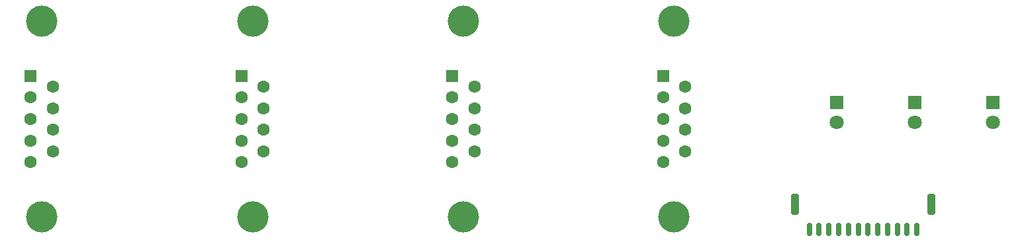
<source format=gbr>
%TF.GenerationSoftware,KiCad,Pcbnew,7.0.10*%
%TF.CreationDate,2024-07-06T13:48:58+02:00*%
%TF.ProjectId,OverlordInterface,4f766572-6c6f-4726-9449-6e7465726661,rev?*%
%TF.SameCoordinates,Original*%
%TF.FileFunction,Soldermask,Bot*%
%TF.FilePolarity,Negative*%
%FSLAX46Y46*%
G04 Gerber Fmt 4.6, Leading zero omitted, Abs format (unit mm)*
G04 Created by KiCad (PCBNEW 7.0.10) date 2024-07-06 13:48:58*
%MOMM*%
%LPD*%
G01*
G04 APERTURE LIST*
G04 Aperture macros list*
%AMRoundRect*
0 Rectangle with rounded corners*
0 $1 Rounding radius*
0 $2 $3 $4 $5 $6 $7 $8 $9 X,Y pos of 4 corners*
0 Add a 4 corners polygon primitive as box body*
4,1,4,$2,$3,$4,$5,$6,$7,$8,$9,$2,$3,0*
0 Add four circle primitives for the rounded corners*
1,1,$1+$1,$2,$3*
1,1,$1+$1,$4,$5*
1,1,$1+$1,$6,$7*
1,1,$1+$1,$8,$9*
0 Add four rect primitives between the rounded corners*
20,1,$1+$1,$2,$3,$4,$5,0*
20,1,$1+$1,$4,$5,$6,$7,0*
20,1,$1+$1,$6,$7,$8,$9,0*
20,1,$1+$1,$8,$9,$2,$3,0*%
G04 Aperture macros list end*
%ADD10R,1.800000X1.800000*%
%ADD11C,1.800000*%
%ADD12C,4.000000*%
%ADD13R,1.600000X1.600000*%
%ADD14C,1.600000*%
%ADD15RoundRect,0.150000X-0.150000X-0.700000X0.150000X-0.700000X0.150000X0.700000X-0.150000X0.700000X0*%
%ADD16RoundRect,0.250000X-0.250000X-1.100000X0.250000X-1.100000X0.250000X1.100000X-0.250000X1.100000X0*%
G04 APERTURE END LIST*
D10*
%TO.C,D2*%
X211830000Y-91055000D03*
D11*
X211830000Y-93595000D03*
%TD*%
D10*
%TO.C,D1*%
X221830000Y-91055000D03*
D11*
X221830000Y-93595000D03*
%TD*%
D12*
%TO.C,J5*%
X100190000Y-105695000D03*
X100190000Y-80695000D03*
D13*
X98770000Y-87655000D03*
D14*
X98770000Y-90425000D03*
X98770000Y-93195000D03*
X98770000Y-95965000D03*
X98770000Y-98735000D03*
X101610000Y-89040000D03*
X101610000Y-91810000D03*
X101610000Y-94580000D03*
X101610000Y-97350000D03*
%TD*%
D12*
%TO.C,J2*%
X181080000Y-105695000D03*
X181080000Y-80695000D03*
D13*
X179660000Y-87655000D03*
D14*
X179660000Y-90425000D03*
X179660000Y-93195000D03*
X179660000Y-95965000D03*
X179660000Y-98735000D03*
X182500000Y-89040000D03*
X182500000Y-91810000D03*
X182500000Y-94580000D03*
X182500000Y-97350000D03*
%TD*%
D12*
%TO.C,J4*%
X127153333Y-105695000D03*
X127153333Y-80695000D03*
D13*
X125733333Y-87655000D03*
D14*
X125733333Y-90425000D03*
X125733333Y-93195000D03*
X125733333Y-95965000D03*
X125733333Y-98735000D03*
X128573333Y-89040000D03*
X128573333Y-91810000D03*
X128573333Y-94580000D03*
X128573333Y-97350000D03*
%TD*%
D12*
%TO.C,J3*%
X154116666Y-105695000D03*
X154116666Y-80695000D03*
D13*
X152696666Y-87655000D03*
D14*
X152696666Y-90425000D03*
X152696666Y-93195000D03*
X152696666Y-95965000D03*
X152696666Y-98735000D03*
X155536666Y-89040000D03*
X155536666Y-91810000D03*
X155536666Y-94580000D03*
X155536666Y-97350000D03*
%TD*%
D10*
%TO.C,D3*%
X201830000Y-91055000D03*
D11*
X201830000Y-93595000D03*
%TD*%
D15*
%TO.C,J1*%
X198375000Y-107350000D03*
X199625000Y-107350000D03*
X200875000Y-107350000D03*
X202125000Y-107350000D03*
X203375000Y-107350000D03*
X204625000Y-107350000D03*
X205875000Y-107350000D03*
X207125000Y-107350000D03*
X208375000Y-107350000D03*
X209625000Y-107350000D03*
X210875000Y-107350000D03*
X212125000Y-107350000D03*
D16*
X196525000Y-104150000D03*
X213975000Y-104150000D03*
%TD*%
M02*

</source>
